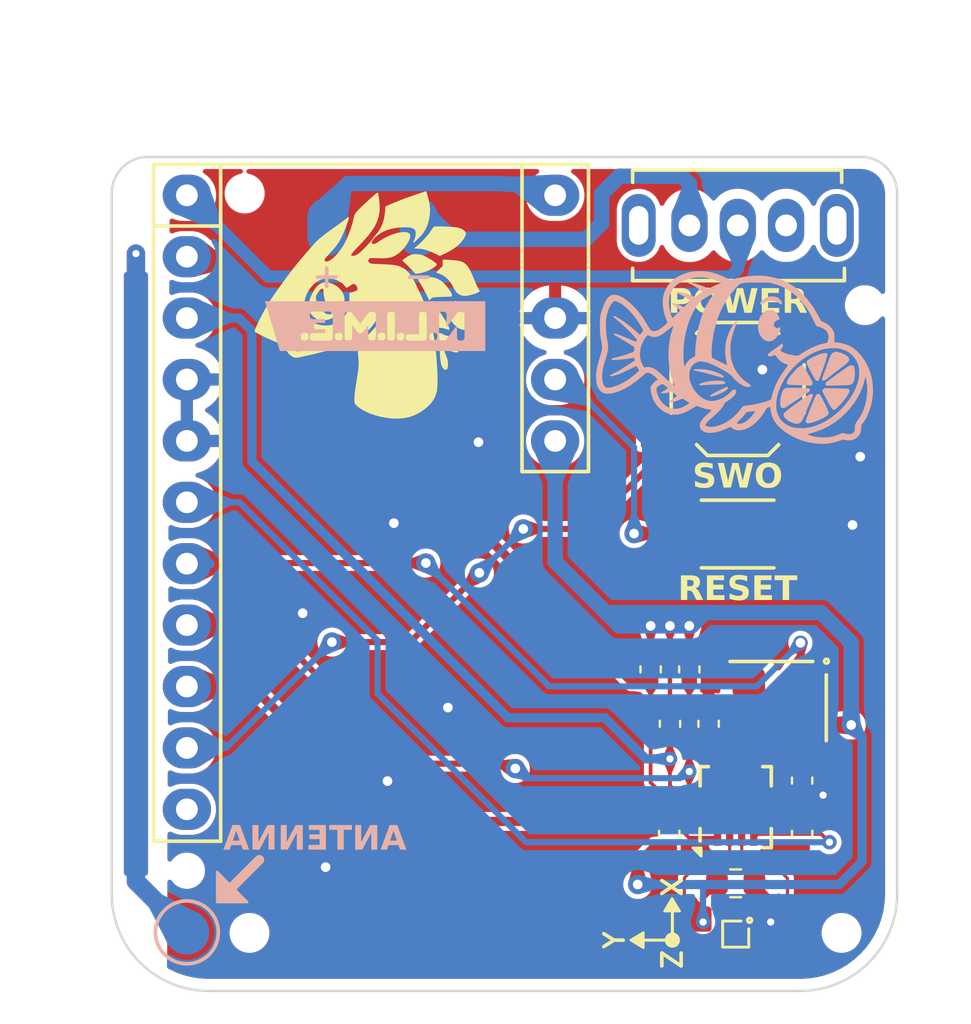
<source format=kicad_pcb>
(kicad_pcb (version 20241229) (generator "pcbnew") (generator_version "9.0")
  (layers (0 "F.Cu" signal) (2 "B.Cu" signal) (13 "F.Paste" user) (15 "B.Paste" user) (5 "F.SilkS" user "F.Silkscreen") (7 "B.SilkS" user "B.Silkscreen") (1 "F.Mask" user) (3 "B.Mask" user) (25 "Edge.Cuts" user))
  (net 0 "")
  (net 1 "-BATT_SWT")
  (net 2 "-BATT")
  (net 3 "SDA")
  (net 4 "SW0")
  (net 5 "GND")
  (net 6 "SDO")
  (net 7 "SCL")
  (net 8 "RST")
  (net 9 "CS")
  (net 10 "CLK_CTL")
  (net 12 "INT1")
  (net 13 "OCS")
  (net 14 "SCX")
  (net 15 "+3V3")
  (net 16 "SDX")
  (net 17 "OSDO")
  (net 18 "CLK")
  (net 19 "+BATT")
  (net 22 "Net-(AE1-A)")
  (footprint "NLIME_Slimes:WLP-4_0.86x0.86mm_P0.4mm" (layer "F.Cu") (at 36.82 47.15 -90)
    (property "Reference" "U2")
    (property "Value" "QMC6309")
    (pad "A1" smd circle (at -0.2 -0.2 270) (size 0.25 0.25) (property pad_prop_bga) (layers "F.Cu" "F.Mask" "F.Paste") (net 5 "GND") (clearance 0.095))
    (pad "A2" smd circle (at 0.2 -0.2 270) (size 0.25 0.25) (property pad_prop_bga) (layers "F.Cu" "F.Mask" "F.Paste") (net 14 "SCX") (clearance 0.095))
    (pad "B1" smd circle (at -0.2 0.2 270) (size 0.25 0.25) (property pad_prop_bga) (layers "F.Cu" "F.Mask" "F.Paste") (net 15 "+3V3") (clearance 0.095))
    (pad "B2" smd circle (at 0.2 0.2 270) (size 0.25 0.25) (property pad_prop_bga) (layers "F.Cu" "F.Mask" "F.Paste") (net 16 "SDX") (clearance 0.095))
    (zone (net 0) (net_name "") (layer "F.Cu") (name "Avoid Fill") (connect_pads (clearance 0)) (min_thickness 0.25)
      (keepout (tracks allowed) (vias allowed) (pads allowed) (copperpour not_allowed) (footprints allowed))
      (fill (thermal_gap 0.5) (thermal_bridge_width 0.5))
      (polygon (pts (xy 37.92 46.05) (xy 37.92 48.25) (xy 35.82 48.25) (xy 35.82 46.05)))
    )
  )
  (footprint "NLIME_Slimes:R_0402_NOD" (layer "F.Cu") (at 33.3 36.2 -90)
    (property "Reference" "R2")
    (property "Value" "10K")
    (pad "1" smd roundrect (at -0.51 0 270) (size 0.54 0.64) (layers "F.Cu" "F.Mask" "F.Paste") (net 15 "+3V3"))
    (pad "2" smd roundrect (at 0.51 0 270) (size 0.54 0.64) (layers "F.Cu" "F.Mask" "F.Paste") (net 3 "SDA"))
  )
  (footprint "NLIME_Slimes:Antenna-Strip" (layer "F.Cu") (at 12 32.25)
    (property "Reference" "AE2" (hide yes))
    (property "Value" "Antenna-Front")
    (pad "1" smd roundrect (at 0 0) (size 1 25) (layers "F.Cu" "F.Mask" "F.Paste") (roundrect_rratio 0.15) (net 22 "Net-(AE1-A)"))
  )
  (footprint "NLIME_Slimes:Crystal_SMD_3225-4Pin_3.2x2.5mm" (layer "F.Cu") (at 38.435961 37.65 180)
    (property "Reference" "X1")
    (property "Value" "32.768MHz")
    (pad "1" smd roundrect (at -1.075 0.9 180) (size 1.35 1.2) (layers "F.Cu" "F.Mask" "F.Paste") (roundrect_rratio 0.208333) (net 10 "CLK_CTL"))
    (pad "2" smd roundrect (at 1.075 0.9 180) (size 1.35 1.2) (layers "F.Cu" "F.Mask" "F.Paste") (roundrect_rratio 0.208333) (net 5 "GND"))
    (pad "3" smd roundrect (at 1.075 -0.9 180) (size 1.35 1.2) (layers "F.Cu" "F.Mask" "F.Paste") (roundrect_rratio 0.208333) (net 18 "CLK"))
    (pad "4" smd roundrect (at -1.075 -0.9 180) (size 1.35 1.2) (layers "F.Cu" "F.Mask" "F.Paste") (roundrect_rratio 0.208333) (net 15 "+3V3"))
  )
  (footprint "NLIME_Slimes:nrf52840_stacked" (layer "F.Cu") (at 21.7291 31.8275)
    (property "Reference" "U1")
    (property "Value" "~")
    (pad "" np_thru_hole circle (at -7.62 12.7) (size 1 1) (drill 1) (layers "*.Cu" "*.Mask") (clearance 0.208))
    (pad "1" thru_hole oval (at -7.62 -15.24) (size 2 1.7) (drill 0.9) (layers "*.Cu" "*.Mask") (net 1 "-BATT_SWT") (clearance 0.208))
    (pad "2" thru_hole oval (at -7.62 -12.7) (size 2 1.7) (drill 0.9) (layers "*.Cu" "*.Mask") (net 3 "SDA") (clearance 0.208))
    (pad "3" thru_hole oval (at -7.62 -10.16) (size 2 1.7) (drill 0.9) (layers "*.Cu" "*.Mask") (net 7 "SCL") (clearance 0.208))
    (pad "4" thru_hole oval (at -7.62 -7.62) (size 2 1.7) (drill 0.9) (layers "*.Cu" "*.Mask") (net 5 "GND") (clearance 0.208))
    (pad "5" thru_hole oval (at -7.62 -5.08) (size 2 1.7) (drill 0.9) (layers "*.Cu" "*.Mask") (net 5 "GND") (clearance 0.208))
    (pad "6" thru_hole oval (at -7.62 -2.54) (size 2 1.7) (drill 0.9) (layers "*.Cu" "*.Mask") (net 12 "INT1") (clearance 0.208))
    (pad "7" thru_hole oval (at -7.62 0) (size 2 1.7) (drill 0.9) (layers "*.Cu" "*.Mask") (net 10 "CLK_CTL") (clearance 0.208))
    (pad "8" thru_hole oval (at -7.62 2.54) (size 2 1.7) (drill 0.9) (layers "*.Cu" "*.Mask") (net 9 "CS") (clearance 0.208))
    (pad "9" thru_hole oval (at -7.62 5.08) (size 2 1.7) (drill 0.9) (layers "*.Cu" "*.Mask") (net 6 "SDO") (clearance 0.208))
    (pad "10" thru_hole oval (at -7.62 7.62) (size 2 1.7) (drill 0.9) (layers "*.Cu" "*.Mask") (net 4 "SW0") (clearance 0.208))
    (pad "11" thru_hole oval (at -7.62 10.16) (size 2 1.7) (drill 0.9) (layers "*.Cu" "*.Mask") (clearance 0.208))
    (pad "22" thru_hole oval (at 7.62 -5.08) (size 2 1.7) (drill 0.9) (layers "*.Cu" "*.Mask") (net 15 "+3V3") (clearance 0.208))
    (pad "23" thru_hole oval (at 7.62 -7.62) (size 2 1.7) (drill 0.9) (layers "*.Cu" "*.Mask") (net 8 "RST") (clearance 0.208))
    (pad "24" thru_hole oval (at 7.62 -10.16) (size 2 1.7) (drill 0.9) (layers "*.Cu" "*.Mask") (net 5 "GND") (clearance 0.208))
    (pad "26" thru_hole oval (at 7.62 -15.24) (size 2 1.7) (drill 0.9) (layers "*.Cu" "*.Mask") (net 19 "+BATT") (clearance 0.208))
  )
  (footprint "NLIME_Slimes:R_0402_NOD" (layer "F.Cu") (at 34.07 43 90)
    (property "Reference" "R4")
    (property "Value" "10K")
    (pad "1" smd roundrect (at -0.51 0 90) (size 0.54 0.64) (layers "F.Cu" "F.Mask" "F.Paste") (net 15 "+3V3"))
    (pad "2" smd roundrect (at 0.51 0 90) (size 0.54 0.64) (layers "F.Cu" "F.Mask" "F.Paste") (net 6 "SDO"))
  )
  (footprint "NLIME_Slimes:SMT_SW" (layer "F.Cu") (at 36.9 24.6)
    (property "Reference" "SW2")
    (property "Value" "SWO" (at 0 3.664 0) (layer "F.SilkS") (effects (font (thickness 0.16) (bold yes))))
    (pad "1" smd rect (at -3.15 1.9) (size 1.7 1) (layers "F.Cu" "F.Mask" "F.Paste") (net 4 "SW0") (clearance 0.208))
    (pad "2" smd rect (at 3.15 1.9) (size 1.7 1) (layers "F.Cu" "F.Mask" "F.Paste") (net 4 "SW0") (clearance 0.208))
    (pad "3" smd rect (at -3.15 -1.9) (size 1.7 1) (layers "F.Cu" "F.Mask" "F.Paste") (net 5 "GND") (clearance 0.208))
    (pad "4" smd rect (at 3.15 -1.9) (size 1.7 1) (layers "F.Cu" "F.Mask" "F.Paste") (net 5 "GND") (clearance 0.208))
  )
  (footprint "NLIME_Slimes:R_0402_NOD" (layer "F.Cu") (at 34.9 36.2 -90)
    (property "Reference" "R3")
    (property "Value" "10K")
    (pad "1" smd roundrect (at -0.51 0 270) (size 0.54 0.64) (layers "F.Cu" "F.Mask" "F.Paste") (net 15 "+3V3"))
    (pad "2" smd roundrect (at 0.51 0 270) (size 0.54 0.64) (layers "F.Cu" "F.Mask" "F.Paste") (net 9 "CS"))
  )
  (footprint "NLIME_Slimes:R_0402_NOD" (layer "F.Cu") (at 34.1 38.45 -90)
    (property "Reference" "R1")
    (property "Value" "10K")
    (pad "1" smd roundrect (at -0.51 0 270) (size 0.54 0.64) (layers "F.Cu" "F.Mask" "F.Paste") (net 15 "+3V3"))
    (pad "2" smd roundrect (at 0.51 0 270) (size 0.54 0.64) (layers "F.Cu" "F.Mask" "F.Paste") (net 7 "SCL"))
  )
  (footprint "NLIME_Slimes:C_0402_NOD" (layer "F.Cu") (at 35.7 38.45 90)
    (property "Reference" "C3")
    (property "Value" "15pf")
    (pad "1" smd roundrect (at -0.51 0 90) (size 0.54 0.64) (layers "F.Cu" "F.Mask" "F.Paste") (net 18 "CLK"))
    (pad "2" smd roundrect (at 0.51 0 90) (size 0.54 0.64) (layers "F.Cu" "F.Mask" "F.Paste") (net 5 "GND"))
  )
  (footprint "NLIME_Slimes:LGA-14_3x2.5mm_P0.5mm" (layer "F.Cu") (at 36.82 41.9 90)
    (property "Reference" "U3")
    (property "Value" "ICM-45686")
    (pad "1" smd rect (at -1.2625 -0.75 90) (size 0.675 0.3) (layers "F.Cu" "F.Mask" "F.Paste") (net 6 "SDO"))
    (pad "2" smd rect (at -1.2625 -0.25 90) (size 0.675 0.3) (layers "F.Cu" "F.Mask" "F.Paste") (net 16 "SDX"))
    (pad "3" smd rect (at -1.2625 0.25 90) (size 0.675 0.3) (layers "F.Cu" "F.Mask" "F.Paste") (net 14 "SCX"))
    (pad "4" smd rect (at -1.2625 0.75 90) (size 0.675 0.3) (layers "F.Cu" "F.Mask" "F.Paste") (net 12 "INT1"))
    (pad "5" smd rect (at -0.5 1.0125 90) (size 0.3 0.675) (layers "F.Cu" "F.Mask" "F.Paste") (net 15 "+3V3"))
    (pad "6" smd rect (at 0 1.0125 90) (size 0.3 0.675) (layers "F.Cu" "F.Mask" "F.Paste") (net 5 "GND"))
    (pad "7" smd rect (at 0.5 1.0125 90) (size 0.3 0.675) (layers "F.Cu" "F.Mask" "F.Paste"))
    (pad "8" smd rect (at 1.2625 0.75 90) (size 0.675 0.3) (layers "F.Cu" "F.Mask" "F.Paste") (net 15 "+3V3"))
    (pad "9" smd rect (at 1.2625 0.25 90) (size 0.675 0.3) (layers "F.Cu" "F.Mask" "F.Paste") (net 18 "CLK"))
    (pad "10" smd rect (at 1.2625 -0.25 90) (size 0.675 0.3) (layers "F.Cu" "F.Mask" "F.Paste") (net 13 "OCS"))
    (pad "11" smd rect (at 1.2625 -0.75 90) (size 0.675 0.3) (layers "F.Cu" "F.Mask" "F.Paste") (net 17 "OSDO"))
    (pad "12" smd rect (at 0.5 -1.0125 90) (size 0.3 0.675) (layers "F.Cu" "F.Mask" "F.Paste") (net 9 "CS"))
    (pad "13" smd rect (at 0 -1.0125 90) (size 0.3 0.675) (layers "F.Cu" "F.Mask" "F.Paste") (net 7 "SCL"))
    (pad "14" smd rect (at -0.5 -1.0125 90) (size 0.3 0.675) (layers "F.Cu" "F.Mask" "F.Paste") (net 3 "SDA"))
    (zone (net 0) (net_name "") (layer "F.Cu") (connect_pads (clearance 0)) (min_thickness 0.25)
      (keepout (tracks not_allowed) (vias not_allowed) (pads not_allowed) (copperpour not_allowed) (footprints allowed))
      (fill (thermal_gap 0.5) (thermal_bridge_width 0.5))
      (polygon (pts (xy 36.27 42.7) (xy 36.27 41.1) (xy 37.37 41.1) (xy 37.37 42.7)))
    )
  )
  (footprint "NLIME_Slimes:gizmo" (layer "F.Cu") (at 34.2 47.4 90)
    (property "Reference" "Gizmo1" (hide yes))
    (property "Value" "DNP" (hide yes))
    (fp_text user "Z" (at -0.8 0 90) (layer "F.SilkS") (effects (font (size 0.8 0.8) (thickness 0.15) (bold yes))))
    (fp_text user "X" (at 2.2 0 90) (layer "F.SilkS") (effects (font (size 0.8 0.8) (thickness 0.15) (bold yes))))
    (fp_text user "Y" (at 0 -2.4 90) (layer "F.SilkS") (effects (font (size 0.8 0.8) (thickness 0.15) (bold yes))))
  )
  (footprint "NLIME_Slimes:JLCPCB mounting hole" (layer "F.Cu") (at 16.5 16.51)
    (property "Reference" "REF**")
    (property "Value" "JLCPCB mounting hole")
    (pad "" np_thru_hole circle (at 0 0) (size 1.152 1.152) (drill 1.152) (layers "*.Cu" "*.Mask"))
  )
  (footprint "NLIME_Slimes:JLCPCB mounting hole" (layer "F.Cu") (at 42.164 21.1328)
    (property "Reference" "REF**")
    (property "Value" "JLCPCB mounting hole")
    (pad "" np_thru_hole circle (at 0 0) (size 1.152 1.152) (drill 1.152) (layers "*.Cu" "*.Mask"))
  )
  (footprint "NLIME_Slimes:C_0402_NOD" (layer "F.Cu") (at 39.57 40.8 -90)
    (property "Reference" "C1")
    (property "Value" "100nf")
    (pad "1" smd roundrect (at -0.51 0 270) (size 0.54 0.64) (layers "F.Cu" "F.Mask" "F.Paste") (net 15 "+3V3"))
    (pad "2" smd roundrect (at 0.51 0 270) (size 0.54 0.64) (layers "F.Cu" "F.Mask" "F.Paste") (net 5 "GND"))
  )
  (footprint "NLIME_Slimes:10MM_LIME" (layer "F.Cu") (at 21.65 21.25)
    (property "Reference" "G***" (hide yes))
    (property "Value" "LOGO" (hide yes))
  )
  (footprint "NLIME_Slimes:SW_Slide_SPDT_Angled_CK_OS102011MA1Q" (layer "F.Cu") (at 38.9056 17.8321 180)
    (property "Reference" "SW1")
    (property "Value" "~")
    (fp_text user "${Function}" (at 2 -3.2 0) (layer "F.SilkS") (effects (font (thickness 0.2) (bold yes))))
    (pad "" thru_hole oval (at -2.1 0 180) (size 1.4 2.6) (drill oval 0.8 1.6) (layers "*.Cu" "*.Mask") (clearance 0.208))
    (pad "" thru_hole oval (at 6.1 0 180) (size 1.4 2.6) (drill oval 0.8 1.6) (layers "*.Cu" "*.Mask") (clearance 0.208))
    (pad "1" thru_hole oval (at 0 0 180) (size 1.5 2.2) (drill 0.9) (layers "*.Cu" "*.Mask"))
    (pad "2" thru_hole oval (at 2 0 180) (size 1.5 2.2) (drill 0.9) (layers "*.Cu" "*.Mask") (net 1 "-BATT_SWT"))
    (pad "3" thru_hole oval (at 4 0 180) (size 1.5 2.2) (drill 0.9) (layers "*.Cu" "*.Mask") (net 2 "-BATT"))
  )
  (footprint "NLIME_Slimes:JLCPCB mounting hole" (layer "F.Cu") (at 16.7 47.1)
    (property "Reference" "REF**")
    (property "Value" "JLCPCB mounting hole")
    (pad "" np_thru_hole circle (at 0 0) (size 1.152 1.152) (drill 1.152) (layers "*.Cu" "*.Mask"))
  )
  (footprint "NLIME_Slimes:SW_Push_SPST_NO_Alps_SKRK" (layer "F.Cu") (at 36.9 30.6)
    (property "Reference" "SW3")
    (property "Value" "SW_Push")
    (fp_text user "${Function}" (at 0 2.314 0) (layer "F.SilkS") (effects (font (thickness 0.2) (bold yes))))
    (pad "1" smd roundrect (at -2.225 0) (size 1.05 2) (layers "F.Cu" "F.Mask" "F.Paste") (net 8 "RST"))
    (pad "2" smd roundrect (at 2.225 0) (size 1.05 2) (layers "F.Cu" "F.Mask" "F.Paste") (net 5 "GND"))
  )
  (footprint "NLIME_Slimes:JLCPCB mounting hole" (layer "F.Cu") (at 41.2 47.1)
    (property "Reference" "REF**")
    (property "Value" "JLCPCB mounting hole")
    (pad "" np_thru_hole circle (at 0 0) (size 1.152 1.152) (drill 1.152) (layers "*.Cu" "*.Mask"))
  )
  (footprint "NLIME_Slimes:C_0603_Rounded" (layer "F.Cu") (at 36.82 45.05)
    (property "Reference" "C4")
    (property "Value" "2.2uf")
    (pad "1" smd roundrect (at -0.775 0) (size 0.9 0.95) (layers "F.Cu" "F.Mask" "F.Paste") (net 15 "+3V3"))
    (pad "2" smd roundrect (at 0.775 0) (size 0.9 0.95) (layers "F.Cu" "F.Mask" "F.Paste") (net 5 "GND"))
  )
  (footprint "NLIME_Slimes:C_0402_NOD" (layer "F.Cu") (at 39.57 43 90)
    (property "Reference" "C2")
    (property "Value" "100nf")
    (pad "1" smd roundrect (at -0.51 0 90) (size 0.54 0.64) (layers "F.Cu" "F.Mask" "F.Paste") (net 5 "GND"))
    (pad "2" smd roundrect (at 0.51 0 90) (size 0.54 0.64) (layers "F.Cu" "F.Mask" "F.Paste") (net 15 "+3V3"))
  )
  (footprint "NLIME_Slimes:Battery" (layer "B.Cu") (at 21.7999 17.5 180)
    (property "Reference" "BT1")
    (property "Value" "3.7")
    (fp_text user "-" (at -1.905 -2.4 0) (layer "B.SilkS") (effects (justify mirror)))
    (fp_text user "+" (at 1.905 -2.4 0) (layer "B.SilkS") (effects (justify mirror)))
    (pad "1" smd oval (at 1.905 -0.4 180) (size 1.6 2.4) (layers "B.Cu" "B.Mask") (net 19 "+BATT"))
    (pad "2" smd oval (at -1.905 -0.4 180) (size 1.6 2.4) (layers "B.Cu" "B.Mask") (net 2 "-BATT"))
  )
  (footprint "NLIME_Slimes:Antenna-Pad" (layer "B.Cu") (at 14.1091 47.0775 180)
    (property "Reference" "H1")
    (property "Value" "Antenna-Pad")
    (fp_text user "ANTENNA" (at -1.5 3.25 0) (layer "B.SilkS") (effects (font (thickness 0.2) (bold yes)) (justify right bottom mirror)))
    (pad "1" smd circle (at 0 0 180) (size 1.85 1.85) (layers "B.Cu" "B.Mask" "B.Paste") (net 22 "Net-(AE1-A)"))
  )
  (footprint "NLIME_Slimes:NLIME_FLIP_12mm" (layer "B.Cu") (at 36.8 23.3 180)
    (property "Reference" "G***")
    (property "Value" "LOGO" (hide yes))
  )
  (footprint "kibuzzard-68618D06" (layer "B.Cu") (at 21.9 22 180)
    (property "Reference" "kibuzzard-68618D06" (hide yes))
    (property "Value" "G***" (hide yes))
  )
  (footprint "NLIME_Slimes:Antenna-Strip" (layer "B.Cu") (at 12 32.25)
    (property "Reference" "AE1" (hide yes))
    (property "Value" "Antenna-back")
    (pad "1" smd roundrect (at 0 0) (size 1 25) (layers "B.Cu" "B.Mask" "B.Paste") (roundrect_rratio 0.15) (net 22 "Net-(AE1-A)"))
  )
  (footprint "NLIME_Slimes:302025 Bat Rep" (layer "B.Cu") (at 28.575 38.35 180)
    (property "Reference" "BT2" (hide yes))
    (property "Value" "Battery_302025")
  )
  (gr_arc (start 43.5 45.5) (mid 42.328427 48.328427) (end 39.5 49.5) (stroke (width 0.1)) (layer "Edge.Cuts"))
  (gr_line (start 12.5 15) (end 42 15) (stroke (width 0.1)) (layer "Edge.Cuts"))
  (gr_arc (start 15 49.5) (mid 12.171573 48.328427) (end 11 45.5) (stroke (width 0.1)) (layer "Edge.Cuts"))
  (gr_line (start 11 45.5) (end 11 16.5) (stroke (width 0.1)) (layer "Edge.Cuts"))
  (gr_arc (start 42 15) (mid 43.06066 15.43934) (end 43.5 16.5) (stroke (width 0.1)) (layer "Edge.Cuts"))
  (gr_line (start 43.5 16.5) (end 43.5 45.5) (stroke (width 0.1)) (layer "Edge.Cuts"))
  (gr_arc (start 11 16.5) (mid 11.43934 15.43934) (end 12.5 15) (stroke (width 0.1)) (layer "Edge.Cuts"))
  (gr_line (start 15 49.5) (end 39.5 49.5) (stroke (width 0.1)) (layer "Edge.Cuts"))
  (segment (start 36.9056 17.8321) (end 36.9056 19.6444) (width 0.508) (layer "B.Cu") (net 1))
  (segment (start 17.4716 19.95) (end 14.1091 16.5875) (width 0.508) (layer "B.Cu") (net 1))
  (segment (start 36.9056 19.6444) (end 36.6 19.95) (width 0.508) (layer "B.Cu") (net 1))
  (segment (start 36.6 19.95) (end 17.4716 19.95) (width 0.508) (layer "B.Cu") (net 1))
  (segment (start 24.1049 17.9) (end 23.7049 17.9) (width 0.762) (layer "B.Cu") (net 2))
  (segment (start 34.9056 17.8321) (end 34.9056 16.1096) (width 0.635) (layer "B.Cu") (net 2))
  (segment (start 32.004 15.7988) (end 31.275 16.5278) (width 0.635) (layer "B.Cu") (net 2))
  (segment (start 30.61195 18.41005) (end 24.61495 18.41005) (width 0.635) (layer "B.Cu") (net 2))
  (segment (start 34.5948 15.7988) (end 32.004 15.7988) (width 0.635) (layer "B.Cu") (net 2))
  (segment (start 34.9056 16.1096) (end 34.5948 15.7988) (width 0.635) (layer "B.Cu") (net 2))
  (segment (start 24.61495 18.41005) (end 24.1049 17.9) (width 0.762) (layer "B.Cu") (net 2))
  (segment (start 31.275 17.747) (end 30.61195 18.41005) (width 0.635) (layer "B.Cu") (net 2))
  (segment (start 31.275 16.5278) (end 31.275 17.747) (width 0.635) (layer "B.Cu") (net 2))
  (segment (start 15.4275 19.1275) (end 14.1091 19.1275) (width 0.381) (layer "F.Cu") (net 3))
  (segment (start 32.52 36.71) (end 19.55 23.74) (width 0.381) (layer "F.Cu") (net 3))
  (segment (start 33.3 36.71) (end 32.52 36.71) (width 0.381) (layer "F.Cu") (net 3))
  (segment (start 33.3 36.71) (end 33.3 40.880636) (width 0.1524) (layer "F.Cu") (net 3))
  (segment (start 19.55 23.25) (end 15.4275 19.1275) (width 0.381) (layer "F.Cu") (net 3))
  (segment (start 34.819364 42.4) (end 35.8075 42.4) (width 0.1524) (layer "F.Cu") (net 3))
  (segment (start 33.3 40.880636) (end 34.819364 42.4) (width 0.1524) (layer "F.Cu") (net 3))
  (segment (start 19.55 23.74) (end 19.55 23.25) (width 0.381) (layer "F.Cu") (net 3))
  (segment (start 23.35 35.07) (end 20.11 35.07) (width 0.254) (layer "F.Cu") (net 4))
  (segment (start 40.05 26.5) (end 33.75 26.5) (width 0.508) (layer "F.Cu") (net 4))
  (segment (start 33.75 27.3116) (end 30.6716 30.39) (width 0.254) (layer "F.Cu") (net 4))
  (segment (start 33.75 26.5) (end 33.75 27.3116) (width 0.254) (layer "F.Cu") (net 4))
  (segment (start 26.2128 32.2072) (end 23.35 35.07) (width 0.254) (layer "F.Cu") (net 4))
  (segment (start 30.6716 30.39) (end 28.03 30.39) (width 0.254) (layer "F.Cu") (net 4))
  (via (at 20.11 35.07) (size 0.8) (drill 0.4) (layers "F.Cu" "B.Cu") (net 4))
  (via (at 28.03 30.39) (size 0.8) (drill 0.4) (layers "F.Cu" "B.Cu") (net 4))
  (via (at 26.2128 32.2072) (size 0.8) (drill 0.4) (layers "F.Cu" "B.Cu") (net 4))
  (segment (start 15.7325 39.4475) (end 20.11 35.07) (width 0.254) (layer "B.Cu") (net 4))
  (segment (start 26.2128 32.2072) (end 28.03 30.39) (width 0.254) (layer "B.Cu") (net 4))
  (segment (start 14.1091 39.4475) (end 15.7325 39.4475) (width 0.254) (layer "B.Cu") (net 4))
  (segment (start 37.595 46.375) (end 37.595 45.05) (width 0.1725) (layer "F.Cu") (net 5))
  (segment (start 38.27 45.725) (end 37.595 45.05) (width 0.254) (layer "F.Cu") (net 5))
  (segment (start 38.27 46.65) (end 38.27 45.725) (width 0.254) (layer "F.Cu") (net 5))
  (segment (start 37.595 45.412) (end 37.33 45.147) (width 0.127) (layer "F.Cu") (net 5))
  (segment (start 37.02 46.95) (end 37.595 46.375) (width 0.1725) (layer "F.Cu") (net 5))
  (segment (start 37.8325 41.9) (end 38.932 41.9) (width 0.127) (layer "F.Cu") (net 5))
  (via (at 24.91 37.78) (size 0.8) (drill 0.4) (layers "F.Cu" "B.Cu") (net 5))
  (via (at 37.925 23.8) (size 0.8) (drill 0.4) (layers "F.Cu" "B.Cu") (net 5))
  (via (at 38.27 46.65) (size 0.6) (drill 0.3) (layers "F.Cu" "B.Cu") (net 5))
  (via (at 22.41 40.82) (size 0.8) (drill 0.4) (layers "F.Cu" "B.Cu") (net 5))
  (via (at 41.656 30.226) (size 0.8) (drill 0.4) (layers "F.Cu" "B.Cu") (net 5))
  (via (at 19.85 44.38) (size 0.8) (drill 0.4) (layers "F.Cu" "B.Cu") (net 5))
  (via (at 26.175 26.8) (size 0.8) (drill 0.4) (layers "F.Cu" "B.Cu") (net 5))
  (via (at 22.675 30.15) (size 0.8) (drill 0.4) (layers "F.Cu" "B.Cu") (net 5))
  (via (at 41.975 27.4) (size 0.8) (drill 0.4) (layers "F.Cu" "B.Cu") (net 5))
  (via (at 18.9 33.875) (size 0.8) (drill 0.4) (layers "F.Cu" "B.Cu") (net 5))
  (via (at 40.4368 41.402) (size 0.6) (drill 0.3) (layers "F.Cu" "B.Cu") (net 5))
  (segment (start 14.1091 36.9075) (end 16.8075 36.9075) (width 0.381) (layer "F.Cu") (net 6))
  (segment (start 16.8075 36.9075) (end 22.39 42.49) (width 0.381) (layer "F.Cu") (net 6))
  (segment (start 34.8875 43.1625) (end 34.215 42.49) (width 0.1524) (layer "F.Cu") (net 6))
  (segment (start 22.39 42.49) (end 34.07 42.49) (width 0.381) (layer "F.Cu") (net 6))
  (segment (start 34.215 42.49) (end 34.07 42.49) (width 0.1524) (layer "F.Cu") (net 6))
  (segment (start 36.07 43.1625) (end 34.8875 43.1625) (width 0.1524) (layer "F.Cu") (net 6))
  (segment (start 14.1091 36.9583) (end 14.1091 36.9075) (width 0.381) (layer "B.Cu") (net 6))
  (segment (start 34.1 41) (end 35 41.9) (width 0.1524) (layer "F.Cu") (net 7))
  (segment (start 35 41.9) (end 35.8075 41.9) (width 0.1524) (layer "F.Cu") (net 7))
  (segment (start 34.1 39.9) (end 34.1 38.96) (width 0.1524) (layer "F.Cu") (net 7))
  (segment (start 34.1 39.9) (end 34.1 41) (width 0.1524) (layer "F.Cu") (net 7))
  (via (at 34.1 39.9) (size 0.6) (drill 0.3) (layers "F.Cu" "B.Cu") (net 7))
  (segment (start 16.2675 21.6675) (end 14.1091 21.6675) (width 0.381) (layer "B.Cu") (net 7))
  (segment (start 16.8 22.2) (end 16.2675 21.6675) (width 0.381) (layer "B.Cu") (net 7))
  (segment (start 31.4 38.2) (end 27.4 38.2) (width 0.381) (layer "B.Cu") (net 7))
  (segment (start 33.1 39.9) (end 31.4 38.2) (width 0.381) (layer "B.Cu") (net 7))
  (segment (start 27.4 38.2) (end 16.8 27.6) (width 0.381) (layer "B.Cu") (net 7))
  (segment (start 16.8 27.6) (end 16.8 22.2) (width 0.381) (layer "B.Cu") (net 7))
  (segment (start 34.1 39.9) (end 33.1 39.9) (width 0.381) (layer "B.Cu") (net 7))
  (segment (start 32.6136 30.5816) (end 34.6566 30.5816) (width 0.381) (layer "F.Cu") (net 8))
  (segment (start 34.6566 30.5816) (end 34.675 30.6) (width 0.254) (layer "F.Cu") (net 8))
  (via (at 32.6136 30.5816) (size 0.8) (drill 0.4) (layers "F.Cu" "B.Cu") (net 8))
  (segment (start 29.3491 24.2075) (end 29.8075 24.2075) (width 0.254) (layer "B.Cu") (net 8))
  (segment (start 29.8075 24.2075) (end 32.6136 27.0136) (width 0.254) (layer "B.Cu") (net 8))
  (segment (start 32.6136 27.0136) (end 32.6136 30.5816) (width 0.254) (layer "B.Cu") (net 8))
  (segment (start 27.7 40.3) (end 27.5 40.1) (width 0.254) (layer "F.Cu") (net 9))
  (segment (start 23.15 40.1) (end 17.4175 34.3675) (width 0.254) (layer "F.Cu") (net 9))
  (segment (start 35.3 41.4) (end 35.8075 41.4) (width 0.1524) (layer "F.Cu") (net 9))
  (segment (start 34.9 40.425) (end 34.9 36.71) (width 0.1524) (layer "F.Cu") (net 9))
  (segment (start 34.9 41) (end 35.3 41.4) (width 0.1524) (layer "F.Cu") (net 9))
  (segment (start 34.9 40.425) (end 34.9 41) (width 0.1524) (layer "F.Cu") (net 9))
  (segment (start 17.4175 34.3675) (end 14.1091 34.3675) (width 0.254) (layer "F.Cu") (net 9))
  (segment (start 27.5 40.1) (end 23.15 40.1) (width 0.254) (layer "F.Cu") (net 9))
  (via (at 34.9 40.425) (size 0.6) (drill 0.3) (layers "F.Cu" "B.Cu") (net 9))
  (via (at 27.7 40.3) (size 0.8) (drill 0.4) (layers "F.Cu" "B.Cu") (net 9))
  (segment (start 28.1 40.7) (end 27.7 40.3) (width 0.254) (layer "B.Cu") (net 9))
  (segment (start 34.9 40.425) (end 34.775 40.425) (width 0.254) (layer "B.Cu") (net 9))
  (segment (start 14.6298 34.3675) (end 14.1091 34.3675) (width 0.381) (layer "B.Cu") (net 9))
  (segment (start 34.775 40.425) (end 34.5 40.7) (width 0.254) (layer "B.Cu") (net 9))
  (segment (start 34.5 40.7) (end 28.1 40.7) (width 0.254) (layer "B.Cu") (net 9))
  (segment (start 14.1366 31.8) (end 14.1091 31.8275) (width 0.254) (layer "F.Cu") (net 10))
  (segment (start 39.510961 36.75) (end 39.510961 35.110961) (width 0.254) (layer "F.Cu") (net 10))
  (segment (start 24 31.8) (end 14.1366 31.8) (width 0.254) (layer "F.Cu") (net 10))
  (segment (start 39.510961 35.110961) (end 39.5 35.1) (width 0.254) (layer "F.Cu") (net 10))
  (via (at 39.5 35.1) (size 0.6) (drill 0.4) (layers "F.Cu" "B.Cu") (net 10))
  (via (at 24 31.8) (size 0.8) (drill 0.4) (layers "F.Cu" "B.Cu") (net 10))
  (segment (start 15.0743 31.8275) (end 14.1091 31.8275) (width 0.381) (layer "B.Cu") (net 10))
  (segment (start 37.7 36.9) (end 39.5 35.1) (width 0.254) (layer "B.Cu") (net 10))
  (segment (start 29.1 36.9) (end 37.7 36.9) (width 0.254) (layer "B.Cu") (net 10))
  (segment (start 24 31.8) (end 29.1 36.9) (width 0.254) (layer "B.Cu") (net 10))
  (segment (start 37.7221 43.0104) (end 37.57 43.1625) (width 0.1524) (layer "F.Cu") (net 12))
  (segment (start 40.3604 43.0104) (end 37.7221 43.0104) (width 0.1524) (layer "F.Cu") (net 12))
  (segment (start 40.7 43.35) (end 40.3604 43.0104) (width 0.1524) (layer "F.Cu") (net 12))
  (via (at 40.7 43.35) (size 0.6) (drill 0.3) (layers "F.Cu" "B.Cu") (net 12))
  (segment (start 16.2875 29.2875) (end 14.1091 29.2875) (width 0.254) (layer "B.Cu") (net 12))
  (segment (start 28.15 43.35) (end 22 37.2) (width 0.254) (layer "B.Cu") (net 12))
  (segment (start 40.7 43.35) (end 28.15 43.35) (width 0.254) (layer "B.Cu") (net 12))
  (segment (start 22 37.2) (end 22 35) (width 0.254) (layer "B.Cu") (net 12))
  (segment (start 22 35) (end 16.2875 29.2875) (width 0.254) (layer "B.Cu") (net 12))
  (segment (start 38.27 44.15) (end 38.9636 44.8436) (width 0.127) (layer "F.Cu") (net 14))
  (segment (start 37.07 43.1625) (end 37.07 43.75) (width 0.127) (layer "F.Cu") (net 14))
  (segment (start 38.9636 46.9564) (end 38.57 47.35) (width 0.127) (layer "F.Cu") (net 14))
  (segment (start 38.57 47.35) (end 37.02 47.35) (width 0.127) (layer "F.Cu") (net 14))
  (segment (start 37.47 44.15) (end 38.27 44.15) (width 0.127) (layer "F.Cu") (net 14))
  (segment (start 38.9636 44.8436) (end 38.9636 46.9564) (width 0.127) (layer "F.Cu") (net 14))
  (segment (start 37.07 43.75) (end 37.47 44.15) (width 0.127) (layer "F.Cu") (net 14))
  (segment (start 33.3 35.69) (end 33.3 34.4) (width 0.254) (layer "F.Cu") (net 15))
  (segment (start 39.57 42.49) (end 38.81 42.49) (width 0.1778) (layer "F.Cu") (net 15))
  (segment (start 35.87 45.15) (end 36.307 45.15) (width 0.127) (layer "F.Cu") (net 15))
  (segment (start 32.766 45.1) (end 32.766 44.234) (width 0.381) (layer "F.Cu") (net 15))
  (segment (start 39.560961 38.5) (end 39.510961 38.55) (width 0.635) (layer "F.Cu") (net 15))
  (segment (start 39.57 40.29) (end 39.08 40.29) (width 0.1778) (layer "F.Cu") (net 15))
  (segment (start 40.63 42.49) (end 41.148 41.972) (width 0.1778) (layer "F.Cu") (net 15))
  (segment (start 35.4584 46.6384) (end 35.4584 45.6366) (width 0.254) (layer "F.Cu") (net 15))
  (segment (start 32.766 44.234) (end 33.49 43.51) (width 0.381) (layer "F.Cu") (net 15))
  (segment (start 36.045 46.375) (end 36.045 45.05) (width 0.1725) (layer "F.Cu") (net 15))
  (segment (start 41.148 40.818) (end 40.62 40.29) (width 0.1778) (layer "F.Cu") (net 15))
  (segment (start 34.1 37.94) (end 34.1 34.4) (width 0.1778) (layer "F.Cu") (net 15))
  (segment (start 41.6 38.5) (end 39.560961 38.5) (width 0.635) (layer "F.Cu") (net 15))
  (segment (start 40.62 40.29) (end 39.57 40.29) (width 0.1778) (layer "F.Cu") (net 15))
  (segment (start 38.72 42.4) (end 38.81 42.49) (width 0.1778) (layer "F.Cu") (net 15))
  (segment (start 35.4584 45.6366) (end 36.045 45.05) (width 0.254) (layer "F.Cu") (net 15))
  (segment (start 33.49 43.51) (end 34.07 43.51) (width 0.381) (layer "F.Cu") (net 15))
  (segment (start 40.63 42.49) (end 39.57 42.49) (width 0.1778) (layer "F.Cu") (net 15))
  (segment (start 41.148 41.972) (end 41.148 40.818) (width 0.1778) (layer "F.Cu") (net 15))
  (segment (start 34.9 35.69) (end 34.9 34.4) (width 0.254) (layer "F.Cu") (net 15))
  (segment (start 37.8325 42.4) (end 38.72 42.4) (width 0.1778) (layer "F.Cu") (net 15))
  (segment (start 36.045 46.375) (end 36.62 46.95) (width 0.1725) (layer "F.Cu") (net 15))
  (segment (start 39.57 38.509039) (end 39.560961 38.5) (width 0.1778) (layer "F.Cu") (net 15))
  (segment (start 38.7325 40.6375) (end 37.57 40.6375) (width 0.1778) (layer "F.Cu") (net 15))
  (segment (start 35.47 46.65) (end 35.4584 46.6384) (width 0.254) (layer "F.Cu") (net 15))
  (segment (start 39.57 40.29) (end 39.57 38.509039) (width 0.381) (layer "F.Cu") (net 15))
  (segment (start 36.307 45.15) (end 36.045 45.412) (width 0.127) (layer "F.Cu") (net 15))
  (segment (start 39.08 40.29) (end 38.7325 40.6375) (width 0.1778) (layer "F.Cu") (net 15))
  (via (at 41.6 38.5) (size 0.8) (drill 0.4) (layers "F.Cu" "B.Cu") (net 15))
  (via (at 34.1 34.4) (size 0.6) (drill 0.4) (layers "F.Cu" "B.Cu") (net 15))
  (via (at 34.9 34.4) (size 0.6) (drill 0.4) (layers "F.Cu" "B.Cu") (net 15))
  (via (at 33.3 34.4) (size 0.6) (drill 0.4) (layers "F.Cu" "B.Cu") (net 15))
  (via (at 35.47 46.65) (size 0.6) (drill 0.3) (layers "F.Cu" "B.Cu") (net 15))
  (via (at 32.766 45.1) (size 0.8) (drill 0.4) (layers "F.Cu" "B.Cu") (net 15))
  (segment (start 35 34.4) (end 34.9 34.4) (width 0.635) (layer "B.Cu") (net 15))
  (segment (start 41.6 38.5) (end 42.05 38.95) (width 0.381) (layer "B.Cu") (net 15))
  (segment (start 32 34.4) (end 33.3 34.4) (width 0.635) (layer "B.Cu") (net 15))
  (segment (start 31.45 33.85) (end 32 34.4) (width 0.635) (layer "B.Cu") (net 15))
  (segment (start 35.47 45.12) (end 35.45 45.1) (width 0.254) (layer "B.Cu") (net 15))
  (segment (start 29.3491 31.7491) (end 31.45 33.85) (width 0.635) (layer "B.Cu") (net 15))
  (segment (start 41.6 35.1) (end 41.6 38.5) (width 0.635) (layer "B.Cu") (net 15))
  (segment (start 41.6 38.5) (end 41.6 38.6) (width 0.635) (layer "B.Cu") (net 15))
  (segment (start 42.05 38.95) (end 42.05 44.15) (width 0.381) (layer "B.Cu") (net 15))
  (segment (start 42.05 44.15) (end 41.1 45.1) (width 0.381) (layer "B.Cu") (net 15))
  (segment (start 41.1 45.1) (end 35.45 45.1) (width 0.381) (layer "B.Cu") (net 15))
  (segment (start 31.45 33.85) (end 35.55 33.85) (width 0.635) (layer "B.Cu") (net 15))
  (segment (start 32.766 45.1) (end 35.45 45.1) (width 0.381) (layer "B.Cu") (net 15))
  (segment (start 35.55 33.85) (end 35 34.4) (width 0.635) (layer "B.Cu") (net 15))
  (segment (start 35.55 33.85) (end 40.35 33.85) (width 0.635) (layer "B.Cu") (net 15))
  (segment (start 34.1 34.4) (end 34.9 34.4) (width 0.635) (layer "B.Cu") (net 15))
  (segment (start 33.3 34.4) (end 34.1 34.4) (width 0.635) (layer "B.Cu") (net 15))
  (segment (start 40.35 33.85) (end 41.6 35.1) (width 0.635) (layer "B.Cu") (net 15))
  (segment (start 29.3491 26.7475) (end 29.3491 31.7491) (width 0.635) (layer "B.Cu") (net 15))
  (segment (start 35.47 46.65) (end 35.47 45.12) (width 0.254) (layer "B.Cu") (net 15))
  (segment (start 36.57 43.1625) (end 36.57 43.77) (width 0.127) (layer "F.Cu") (net 16))
  (segment (start 36.6095 47.3395) (end 36.62 47.35) (width 0.127) (layer "F.Cu") (net 16))
  (segment (start 34.6964 44.8236) (end 34.6964 46.9764) (width 0.127) (layer "F.Cu") (net 16))
  (segment (start 34.6964 46.9764) (end 35.0595 47.3395) (width 0.127) (layer "F.Cu") (net 16))
  (segment (start 36.19 44.15) (end 35.37 44.15) (width 0.127) (layer "F.Cu") (net 16))
  (segment (start 36.57 43.77) (end 36.19 44.15) (width 0.127) (layer "F.Cu") (net 16))
  (segment (start 35.37 44.15) (end 34.6964 44.8236) (width 0.127) (layer "F.Cu") (net 16))
  (segment (start 35.0595 47.3395) (end 36.6095 47.3395) (width 0.127) (layer "F.Cu") (net 16))
  (segment (start 37.07 39.6) (end 37.310961 39.359039) (width 0.1778) (layer "F.Cu") (net 18))
  (segment (start 37.310961 39.359039) (end 37.310961 38.5) (width 0.1778) (layer "F.Cu") (net 18))
  (segment (start 37.310961 38.5) (end 36.4 38.5) (width 0.1778) (layer "F.Cu") (net 18))
  (segment (start 36.970961 38.16) (end 37.310961 38.5) (width 0.1778) (layer "F.Cu") (net 18))
  (segment (start 36.4 38.5) (end 35.94 38.96) (width 0.1778) (layer "F.Cu") (net 18))
  (segment (start 35.94 38.96) (end 35.7 38.96) (width 0.1778) (layer "F.Cu") (net 18))
  (segment (start 37.07 40.6375) (end 37.07 39.6) (width 0.1778) (layer "F.Cu") (net 18))
  (segment (start 29.3491 16.5875) (end 28.8866 16.125) (width 0.635) (layer "B.Cu") (net 19))
  (segment (start 27.25 16.125) (end 27.225 16.1) (width 0.635) (layer "B.Cu") (net 19))
  (segment (start 28.8866 16.125) (end 27.25 16.125) (width 0.635) (layer "B.Cu") (net 19))
  (segment (start 20.775 16.1) (end 19.8949 16.9801) (width 0.635) (layer "B.Cu") (net 19))
  (segment (start 27.225 16.1) (end 20.775 16.1) (width 0.635) (layer "B.Cu") (net 19))
  (segment (start 19.8949 16.9801) (end 19.8949 17.0701) (width 0.635) (layer "B.Cu") (net 19))
  (segment (start 12 19) (end 12 32.05) (width 0.762) (layer "F.Cu") (net 22))
  (via (at 12 19) (size 0.6) (drill 0.3) (layers "F.Cu" "B.Cu") (net 22))
  (segment (start 12 44.9684) (end 14.1091 47.0775) (width 0.762) (layer "B.Cu") (net 22))
  (segment (start 12 32.25) (end 12 44.9684) (width 0.762) (layer "B.Cu") (net 22))
  (segment (start 12 19) (end 12 32.25) (width 0.762) (layer "B.Cu") (net 22))
  (zone (net 5) (net_name "GND") (layer "F.Cu") (priority 2) (connect_pads (clearance 0.2)) (min_thickness 0.25) (fill yes (thermal_gap 0.1) (thermal_bridge_width 0.5))
    (polygon (pts (xy 38.47 42.05) (xy 38.47 40.85) (xy 40.904 40.85) (xy 40.904 42.05)))
  )
  (zone (net 15) (net_name "+3V3") (layer "F.Cu") (priority 1) (connect_pads (clearance 0.2)) (min_thickness 0.25) (fill yes (thermal_gap 0.5) (thermal_bridge_width 0.5))
    (polygon (pts (xy 34.7652 47.05) (xy 34.7652 44.8548) (xy 35.37 44.25) (xy 36.57 44.25) (xy 36.57 47.05)))
  )
  (zone (net 0) (net_name "") (layer "F.Cu") (connect_pads (clearance 0)) (min_thickness 0.25)
    (keepout (tracks allowed) (vias allowed) (pads allowed) (copperpour not_allowed) (footprints allowed))
    (fill (thermal_gap 0.5) (thermal_bridge_width 0.5))
    (polygon (pts (xy 38.47 40.95) (xy 39.57 40.95) (xy 40.65 40.95) (xy 40.65 40.65) (xy 38.47 40.65)))
  )
  (zone (net 0) (net_name "") (layer "F.Cu") (connect_pads (clearance 0)) (min_thickness 0.25)
    (keepout (tracks allowed) (vias allowed) (pads allowed) (copperpour not_allowed) (footprints allowed))
    (fill (thermal_gap 0.5) (thermal_bridge_width 0.5))
    (polygon (pts (xy 38.47 41.4) (xy 38.47 40.55) (xy 37.92 40.55) (xy 37.92 41.05)))
  )
  (zone (net 5) (net_name "GND") (layers "F.Cu" "B.Cu") (connect_pads (clearance 0.2)) (min_thickness 0.2) (fill yes (thermal_gap 0.5) (thermal_bridge_width 0.5))
    (polygon (pts (xy 11.0103 15.0254) (xy 45.1479 15) (xy 45.1479 49.925) (xy 11.0103 49.9504)))
  )
  (zone (net 0) (net_name "") (layers "F.Cu" "B.Cu") (connect_pads (clearance 0)) (min_thickness 0.25)
    (keepout (tracks allowed) (vias allowed) (pads allowed) (copperpour not_allowed) (footprints allowed))
    (fill (thermal_gap 0.5) (thermal_bridge_width 0.5))
    (polygon (pts (xy 11.0103 14.8) (xy 13.4 14.8) (xy 13.28353 50.9) (xy 11 50.9)))
  )
  (zone (net 0) (net_name "") (layer "B.Cu") (connect_pads (clearance 0)) (min_thickness 0.25)
    (keepout (tracks allowed) (vias allowed) (pads allowed) (copperpour not_allowed) (footprints allowed))
    (fill (thermal_gap 0.5) (thermal_bridge_width 0.5))
    (polygon (pts (xy 17.9699 15.6731) (xy 24.5739 15.6731) (xy 24.5739 20.5753) (xy 17.9699 20.5753)))
  )
)
</source>
